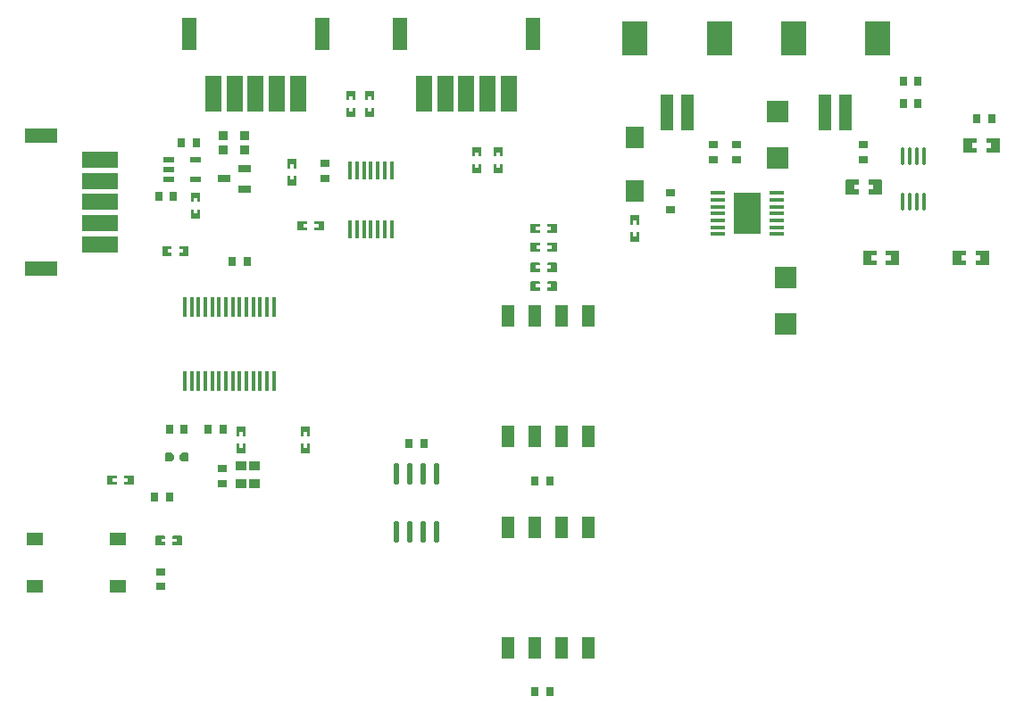
<source format=gtp>
G04 Layer: TopPasteMaskLayer*
G04 EasyEDA v6.5.46, 2024-09-04 15:22:54*
G04 7e3de0c28ba0407f9a50c99fc0ac79d7,79071ce94af74c669a867ceed4e6d4b3,10*
G04 Gerber Generator version 0.2*
G04 Scale: 100 percent, Rotated: No, Reflected: No *
G04 Dimensions in millimeters *
G04 leading zeros omitted , absolute positions ,4 integer and 5 decimal *
%FSLAX45Y45*%
%MOMM*%

%AMMACRO1*21,1,$1,$2,0,0,$3*%
%ADD10R,0.9500X0.8001*%
%ADD11R,0.8000X0.9000*%
%ADD12R,0.9401X0.8100*%
%ADD13R,1.1000X0.6000*%
%ADD14R,1.2500X0.7000*%
%ADD15R,0.9000X0.8000*%
%ADD16MACRO1,1.62X2.0464X0.0000*%
%ADD17R,2.0000X2.0000*%
%ADD18R,1.4999X3.4000*%
%ADD19R,1.4000X3.1001*%
%ADD20R,1.1999X3.4999*%
%ADD21MACRO1,3.2995X2.4003X-90.0000*%
%ADD22R,2.4000X3.3000*%
%ADD23R,1.1430X2.0320*%
%ADD24R,3.4000X1.4999*%
%ADD25R,3.1001X1.4000*%
%ADD26R,1.5499X1.3000*%
%ADD27O,0.36400740000000004X1.6619982000000002*%
%ADD28R,1.4000X0.4000*%
%ADD29R,2.6500X4.0000*%
%ADD30R,0.4000X1.7000*%
%ADD31O,0.58801X2.0450048*%
%ADD32R,0.4500X1.8500*%
%ADD33R,1.0000X0.9000*%
%ADD34R,0.0123X0.9000*%

%LPD*%
G36*
X8102701Y5212486D02*
G01*
X8097672Y5207508D01*
X8097672Y5079492D01*
X8102701Y5074513D01*
X8217712Y5074513D01*
X8222691Y5079492D01*
X8222183Y5121503D01*
X8178190Y5121503D01*
X8178190Y5166512D01*
X8223199Y5166512D01*
X8222691Y5207508D01*
X8217712Y5212486D01*
G37*
G36*
X8317687Y5212486D02*
G01*
X8312708Y5207508D01*
X8313216Y5166512D01*
X8357209Y5166512D01*
X8357209Y5121503D01*
X8312708Y5121503D01*
X8312708Y5079492D01*
X8317687Y5074513D01*
X8432698Y5074513D01*
X8437676Y5079492D01*
X8437676Y5207508D01*
X8432698Y5212486D01*
G37*
G36*
X9435287Y5606186D02*
G01*
X9430308Y5601208D01*
X9430816Y5559196D01*
X9474809Y5559196D01*
X9474809Y5514187D01*
X9429800Y5514187D01*
X9430308Y5473192D01*
X9435287Y5468213D01*
X9550298Y5468213D01*
X9555327Y5473192D01*
X9555327Y5601208D01*
X9550298Y5606186D01*
G37*
G36*
X9220301Y5606186D02*
G01*
X9215323Y5601208D01*
X9215323Y5473192D01*
X9220301Y5468213D01*
X9335312Y5468213D01*
X9340291Y5473192D01*
X9339783Y5514187D01*
X9295790Y5514187D01*
X9295790Y5559196D01*
X9340291Y5559196D01*
X9340291Y5601208D01*
X9335312Y5606186D01*
G37*
G36*
X6056020Y4874310D02*
G01*
X6050991Y4869281D01*
X6050991Y4789322D01*
X6056020Y4784293D01*
X6078778Y4784293D01*
X6078778Y4821326D01*
X6111798Y4821326D01*
X6111798Y4784293D01*
X6135979Y4784293D01*
X6141008Y4789322D01*
X6141008Y4869281D01*
X6135979Y4874310D01*
G37*
G36*
X6056020Y4714290D02*
G01*
X6050991Y4709312D01*
X6050991Y4630318D01*
X6056020Y4625289D01*
X6135979Y4625289D01*
X6141008Y4630318D01*
X6141008Y4709312D01*
X6135979Y4714290D01*
X6111798Y4714290D01*
X6111798Y4676292D01*
X6078778Y4676292D01*
X6078778Y4714290D01*
G37*
G36*
X5112918Y4617008D02*
G01*
X5107889Y4611979D01*
X5107889Y4532020D01*
X5112918Y4526991D01*
X5192877Y4526991D01*
X5197906Y4532020D01*
X5197906Y4554778D01*
X5160924Y4554778D01*
X5160924Y4587798D01*
X5197906Y4587798D01*
X5197906Y4611979D01*
X5192877Y4617008D01*
G37*
G36*
X5272887Y4617008D02*
G01*
X5267909Y4611979D01*
X5267909Y4587798D01*
X5305907Y4587798D01*
X5305907Y4554778D01*
X5267909Y4554778D01*
X5267909Y4532020D01*
X5272887Y4526991D01*
X5351881Y4526991D01*
X5356910Y4532020D01*
X5356910Y4611979D01*
X5351881Y4617008D01*
G37*
G36*
X5271922Y4426508D02*
G01*
X5266893Y4421479D01*
X5266893Y4398721D01*
X5303875Y4398721D01*
X5303875Y4365701D01*
X5266893Y4365701D01*
X5266893Y4341520D01*
X5271922Y4336491D01*
X5351881Y4336491D01*
X5356910Y4341520D01*
X5356910Y4421479D01*
X5351881Y4426508D01*
G37*
G36*
X5112918Y4426508D02*
G01*
X5107889Y4421479D01*
X5107889Y4341520D01*
X5112918Y4336491D01*
X5191912Y4336491D01*
X5196890Y4341520D01*
X5196890Y4365701D01*
X5158892Y4365701D01*
X5158892Y4398721D01*
X5196890Y4398721D01*
X5196890Y4421479D01*
X5191912Y4426508D01*
G37*
G36*
X5271922Y4794808D02*
G01*
X5266893Y4789779D01*
X5266893Y4767021D01*
X5303875Y4767021D01*
X5303875Y4734001D01*
X5266893Y4734001D01*
X5266893Y4709820D01*
X5271922Y4704791D01*
X5351881Y4704791D01*
X5356910Y4709820D01*
X5356910Y4789779D01*
X5351881Y4794808D01*
G37*
G36*
X5112918Y4794808D02*
G01*
X5107889Y4789779D01*
X5107889Y4709820D01*
X5112918Y4704791D01*
X5191912Y4704791D01*
X5196890Y4709820D01*
X5196890Y4734001D01*
X5158892Y4734001D01*
X5158892Y4767021D01*
X5196890Y4767021D01*
X5196890Y4789779D01*
X5191912Y4794808D01*
G37*
G36*
X5271922Y4248708D02*
G01*
X5266893Y4243679D01*
X5266893Y4220921D01*
X5303875Y4220921D01*
X5303875Y4187901D01*
X5266893Y4187901D01*
X5266893Y4163720D01*
X5271922Y4158691D01*
X5351881Y4158691D01*
X5356910Y4163720D01*
X5356910Y4243679D01*
X5351881Y4248708D01*
G37*
G36*
X5112918Y4248708D02*
G01*
X5107889Y4243679D01*
X5107889Y4163720D01*
X5112918Y4158691D01*
X5191912Y4158691D01*
X5196890Y4163720D01*
X5196890Y4187901D01*
X5158892Y4187901D01*
X5158892Y4220921D01*
X5196890Y4220921D01*
X5196890Y4243679D01*
X5191912Y4248708D01*
G37*
G36*
X8482787Y4539386D02*
G01*
X8477808Y4534408D01*
X8478316Y4492396D01*
X8522309Y4492396D01*
X8522309Y4447387D01*
X8477300Y4447387D01*
X8477808Y4406392D01*
X8482787Y4401413D01*
X8597798Y4401413D01*
X8602827Y4406392D01*
X8602827Y4534408D01*
X8597798Y4539386D01*
G37*
G36*
X8267801Y4539386D02*
G01*
X8262823Y4534408D01*
X8262823Y4406392D01*
X8267801Y4401413D01*
X8382812Y4401413D01*
X8387791Y4406392D01*
X8387283Y4447387D01*
X8343290Y4447387D01*
X8343290Y4492396D01*
X8387791Y4492396D01*
X8387791Y4534408D01*
X8382812Y4539386D01*
G37*
G36*
X9333687Y4539386D02*
G01*
X9328708Y4534408D01*
X9329216Y4492396D01*
X9373209Y4492396D01*
X9373209Y4447387D01*
X9328200Y4447387D01*
X9328708Y4406392D01*
X9333687Y4401413D01*
X9448698Y4401413D01*
X9453727Y4406392D01*
X9453727Y4534408D01*
X9448698Y4539386D01*
G37*
G36*
X9118701Y4539386D02*
G01*
X9113723Y4534408D01*
X9113723Y4406392D01*
X9118701Y4401413D01*
X9233712Y4401413D01*
X9238691Y4406392D01*
X9238183Y4447387D01*
X9194190Y4447387D01*
X9194190Y4492396D01*
X9238691Y4492396D01*
X9238691Y4534408D01*
X9233712Y4539386D01*
G37*
G36*
X1556918Y1835708D02*
G01*
X1551889Y1830679D01*
X1551889Y1750720D01*
X1556918Y1745691D01*
X1636877Y1745691D01*
X1641906Y1750720D01*
X1641906Y1773478D01*
X1604873Y1773478D01*
X1604873Y1806498D01*
X1641906Y1806498D01*
X1641906Y1830679D01*
X1636877Y1835708D01*
G37*
G36*
X1716887Y1835708D02*
G01*
X1711909Y1830679D01*
X1711909Y1806498D01*
X1749907Y1806498D01*
X1749907Y1773478D01*
X1711909Y1773478D01*
X1711909Y1750720D01*
X1716887Y1745691D01*
X1795881Y1745691D01*
X1800910Y1750720D01*
X1800910Y1830679D01*
X1795881Y1835708D01*
G37*
G36*
X2931820Y2867710D02*
G01*
X2926791Y2862681D01*
X2926791Y2782722D01*
X2931820Y2777693D01*
X2954578Y2777693D01*
X2954578Y2814726D01*
X2987598Y2814726D01*
X2987598Y2777693D01*
X3011779Y2777693D01*
X3016808Y2782722D01*
X3016808Y2862681D01*
X3011779Y2867710D01*
G37*
G36*
X2931820Y2707690D02*
G01*
X2926791Y2702712D01*
X2926791Y2623718D01*
X2931820Y2618689D01*
X3011779Y2618689D01*
X3016808Y2623718D01*
X3016808Y2702712D01*
X3011779Y2707690D01*
X2987598Y2707690D01*
X2987598Y2669692D01*
X2954578Y2669692D01*
X2954578Y2707690D01*
G37*
G36*
X1258722Y2407208D02*
G01*
X1253693Y2402179D01*
X1253693Y2379421D01*
X1290726Y2379421D01*
X1290726Y2346401D01*
X1253693Y2346401D01*
X1253693Y2322220D01*
X1258722Y2317191D01*
X1338681Y2317191D01*
X1343710Y2322220D01*
X1343710Y2402179D01*
X1338681Y2407208D01*
G37*
G36*
X1099718Y2407208D02*
G01*
X1094689Y2402179D01*
X1094689Y2322220D01*
X1099718Y2317191D01*
X1178712Y2317191D01*
X1183690Y2322220D01*
X1183690Y2346401D01*
X1145692Y2346401D01*
X1145692Y2379421D01*
X1183690Y2379421D01*
X1183690Y2402179D01*
X1178712Y2407208D01*
G37*
G36*
X2322220Y2867710D02*
G01*
X2317191Y2862681D01*
X2317191Y2782722D01*
X2322220Y2777693D01*
X2344978Y2777693D01*
X2344978Y2814726D01*
X2377998Y2814726D01*
X2377998Y2777693D01*
X2402179Y2777693D01*
X2407208Y2782722D01*
X2407208Y2862681D01*
X2402179Y2867710D01*
G37*
G36*
X2322220Y2707690D02*
G01*
X2317191Y2702712D01*
X2317191Y2623718D01*
X2322220Y2618689D01*
X2402179Y2618689D01*
X2407208Y2623718D01*
X2407208Y2702712D01*
X2402179Y2707690D01*
X2377998Y2707690D01*
X2377998Y2669692D01*
X2344978Y2669692D01*
X2344978Y2707690D01*
G37*
G36*
X1890420Y5090210D02*
G01*
X1885391Y5085181D01*
X1885391Y5005222D01*
X1890420Y5000193D01*
X1913178Y5000193D01*
X1913178Y5037226D01*
X1946198Y5037226D01*
X1946198Y5000193D01*
X1970379Y5000193D01*
X1975408Y5005222D01*
X1975408Y5085181D01*
X1970379Y5090210D01*
G37*
G36*
X1890420Y4930190D02*
G01*
X1885391Y4925212D01*
X1885391Y4846218D01*
X1890420Y4841189D01*
X1970379Y4841189D01*
X1975408Y4846218D01*
X1975408Y4925212D01*
X1970379Y4930190D01*
X1946198Y4930190D01*
X1946198Y4892192D01*
X1913178Y4892192D01*
X1913178Y4930190D01*
G37*
G36*
X1779422Y4578908D02*
G01*
X1774393Y4573879D01*
X1774393Y4551121D01*
X1811426Y4551121D01*
X1811426Y4518101D01*
X1774393Y4518101D01*
X1774393Y4493920D01*
X1779422Y4488891D01*
X1859381Y4488891D01*
X1864410Y4493920D01*
X1864410Y4573879D01*
X1859381Y4578908D01*
G37*
G36*
X1620418Y4578908D02*
G01*
X1615389Y4573879D01*
X1615389Y4493920D01*
X1620418Y4488891D01*
X1699412Y4488891D01*
X1704390Y4493920D01*
X1704390Y4518101D01*
X1666392Y4518101D01*
X1666392Y4551121D01*
X1704390Y4551121D01*
X1704390Y4573879D01*
X1699412Y4578908D01*
G37*
G36*
X4760620Y5522010D02*
G01*
X4755591Y5516981D01*
X4755591Y5437022D01*
X4760620Y5431993D01*
X4783378Y5431993D01*
X4783378Y5469026D01*
X4816398Y5469026D01*
X4816398Y5431993D01*
X4840579Y5431993D01*
X4845608Y5437022D01*
X4845608Y5516981D01*
X4840579Y5522010D01*
G37*
G36*
X4760620Y5361990D02*
G01*
X4755591Y5357012D01*
X4755591Y5278018D01*
X4760620Y5272989D01*
X4840579Y5272989D01*
X4845608Y5278018D01*
X4845608Y5357012D01*
X4840579Y5361990D01*
X4816398Y5361990D01*
X4816398Y5323992D01*
X4783378Y5323992D01*
X4783378Y5361990D01*
G37*
G36*
X4557420Y5522010D02*
G01*
X4552391Y5516981D01*
X4552391Y5437022D01*
X4557420Y5431993D01*
X4580178Y5431993D01*
X4580178Y5469026D01*
X4613198Y5469026D01*
X4613198Y5431993D01*
X4637379Y5431993D01*
X4642408Y5437022D01*
X4642408Y5516981D01*
X4637379Y5522010D01*
G37*
G36*
X4557420Y5361990D02*
G01*
X4552391Y5357012D01*
X4552391Y5278018D01*
X4557420Y5272989D01*
X4637379Y5272989D01*
X4642408Y5278018D01*
X4642408Y5357012D01*
X4637379Y5361990D01*
X4613198Y5361990D01*
X4613198Y5323992D01*
X4580178Y5323992D01*
X4580178Y5361990D01*
G37*
G36*
X2804820Y5248706D02*
G01*
X2799791Y5243677D01*
X2799791Y5163718D01*
X2804820Y5158689D01*
X2884779Y5158689D01*
X2889808Y5163718D01*
X2889808Y5243677D01*
X2884779Y5248706D01*
X2862021Y5248706D01*
X2862021Y5211673D01*
X2829001Y5211673D01*
X2829001Y5248706D01*
G37*
G36*
X2804820Y5407710D02*
G01*
X2799791Y5402681D01*
X2799791Y5323687D01*
X2804820Y5318709D01*
X2829001Y5318709D01*
X2829001Y5356707D01*
X2862021Y5356707D01*
X2862021Y5318709D01*
X2884779Y5318709D01*
X2889808Y5323687D01*
X2889808Y5402681D01*
X2884779Y5407710D01*
G37*
G36*
X2903118Y4820208D02*
G01*
X2898089Y4815179D01*
X2898089Y4735220D01*
X2903118Y4730191D01*
X2983077Y4730191D01*
X2988106Y4735220D01*
X2988106Y4757978D01*
X2951124Y4757978D01*
X2951124Y4790998D01*
X2988106Y4790998D01*
X2988106Y4815179D01*
X2983077Y4820208D01*
G37*
G36*
X3063087Y4820208D02*
G01*
X3058109Y4815179D01*
X3058109Y4790998D01*
X3096107Y4790998D01*
X3096107Y4757978D01*
X3058109Y4757978D01*
X3058109Y4735220D01*
X3063087Y4730191D01*
X3142081Y4730191D01*
X3147110Y4735220D01*
X3147110Y4815179D01*
X3142081Y4820208D01*
G37*
G36*
X3541420Y6055410D02*
G01*
X3536391Y6050381D01*
X3536391Y5970422D01*
X3541420Y5965393D01*
X3564178Y5965393D01*
X3564178Y6002426D01*
X3597198Y6002426D01*
X3597198Y5965393D01*
X3621379Y5965393D01*
X3626408Y5970422D01*
X3626408Y6050381D01*
X3621379Y6055410D01*
G37*
G36*
X3541420Y5895390D02*
G01*
X3536391Y5890412D01*
X3536391Y5811418D01*
X3541420Y5806389D01*
X3621379Y5806389D01*
X3626408Y5811418D01*
X3626408Y5890412D01*
X3621379Y5895390D01*
X3597198Y5895390D01*
X3597198Y5857392D01*
X3564178Y5857392D01*
X3564178Y5895390D01*
G37*
G36*
X3363620Y6055410D02*
G01*
X3358591Y6050381D01*
X3358591Y5970422D01*
X3363620Y5965393D01*
X3386378Y5965393D01*
X3386378Y6002426D01*
X3419398Y6002426D01*
X3419398Y5965393D01*
X3443579Y5965393D01*
X3448608Y5970422D01*
X3448608Y6050381D01*
X3443579Y6055410D01*
G37*
G36*
X3363620Y5895390D02*
G01*
X3358591Y5890412D01*
X3358591Y5811418D01*
X3363620Y5806389D01*
X3443579Y5806389D01*
X3448608Y5811418D01*
X3448608Y5890412D01*
X3443579Y5895390D01*
X3419398Y5895390D01*
X3419398Y5857392D01*
X3386378Y5857392D01*
X3386378Y5895390D01*
G37*
G36*
X1649679Y2621737D02*
G01*
X1643278Y2615336D01*
X1643278Y2541778D01*
X1649679Y2535377D01*
X1700022Y2535377D01*
X1727454Y2564739D01*
X1727454Y2592374D01*
X1700022Y2621737D01*
G37*
G36*
X1806448Y2622905D02*
G01*
X1779016Y2593492D01*
X1779016Y2565857D01*
X1806448Y2536494D01*
X1856739Y2536494D01*
X1863140Y2542895D01*
X1863140Y2616504D01*
X1856739Y2622905D01*
G37*
D10*
G01*
X6438900Y4923789D03*
G01*
X6438900Y5083810D03*
D11*
G01*
X1936902Y5562600D03*
G01*
X1796897Y5562600D03*
G01*
X1580997Y5054600D03*
G01*
X1721002Y5054600D03*
D12*
G01*
X2400300Y5495594D03*
G01*
X2400300Y5629605D03*
G01*
X2197100Y5495594D03*
G01*
X2197100Y5629605D03*
D13*
G01*
X1933397Y5403595D03*
G01*
X1933397Y5213604D03*
G01*
X1673402Y5403595D03*
G01*
X1673402Y5213604D03*
G01*
X1673402Y5308600D03*
D14*
G01*
X2398699Y5124704D03*
G01*
X2398699Y5314695D03*
G01*
X2198700Y5219700D03*
D11*
G01*
X8642197Y6146800D03*
G01*
X8782202Y6146800D03*
G01*
X8782202Y5930900D03*
G01*
X8642197Y5930900D03*
D15*
G01*
X8267700Y5543702D03*
G01*
X8267700Y5403697D03*
D11*
G01*
X9340697Y5791200D03*
G01*
X9480702Y5791200D03*
D15*
G01*
X7061200Y5543702D03*
G01*
X7061200Y5403697D03*
G01*
X6845300Y5403697D03*
G01*
X6845300Y5543702D03*
D16*
G01*
X6096002Y5102854D03*
G01*
X6096002Y5615950D03*
D17*
G01*
X7454900Y5858789D03*
G01*
X7454900Y5418810D03*
G01*
X7531100Y3844010D03*
G01*
X7531100Y4283989D03*
D11*
G01*
X3955897Y2705100D03*
G01*
X4095902Y2705100D03*
G01*
X5148605Y357733D03*
G01*
X5288584Y357733D03*
G01*
X5149697Y2349500D03*
G01*
X5289702Y2349500D03*
D15*
G01*
X2184400Y2330297D03*
G01*
X2184400Y2470302D03*
D11*
G01*
X2050897Y2844800D03*
G01*
X2190902Y2844800D03*
G01*
X2279497Y4432300D03*
G01*
X2419502Y4432300D03*
G01*
X1542897Y2197100D03*
G01*
X1682902Y2197100D03*
G01*
X1682597Y2844800D03*
G01*
X1822602Y2844800D03*
D15*
G01*
X1600200Y1492402D03*
G01*
X1600200Y1352397D03*
G01*
X3162300Y5365902D03*
G01*
X3162300Y5225897D03*
D18*
G01*
X2901899Y6030010D03*
G01*
X2701899Y6030010D03*
G01*
X2501900Y6030010D03*
G01*
X2301900Y6030010D03*
G01*
X2101900Y6030010D03*
D19*
G01*
X3131896Y6595008D03*
G01*
X1871903Y6595008D03*
D18*
G01*
X4899990Y6030010D03*
G01*
X4699990Y6030010D03*
G01*
X4499990Y6030010D03*
G01*
X4299991Y6030010D03*
G01*
X4099991Y6030010D03*
D19*
G01*
X5129987Y6595008D03*
G01*
X3869994Y6595008D03*
D20*
G01*
X6592315Y5852490D03*
G01*
X6399098Y5850001D03*
D21*
G01*
X6099873Y6549999D03*
D22*
G01*
X6900138Y6549923D03*
D20*
G01*
X8092313Y5852490D03*
G01*
X7899095Y5850001D03*
D22*
G01*
X7599883Y6549999D03*
G01*
X8400135Y6549923D03*
D23*
G01*
X4897907Y2772689D03*
G01*
X5151907Y2772689D03*
G01*
X5405907Y2772689D03*
G01*
X5659907Y2772689D03*
G01*
X5659907Y3915892D03*
G01*
X5405907Y3915892D03*
G01*
X5151907Y3915892D03*
G01*
X4897907Y3915892D03*
G01*
X4897907Y772693D03*
G01*
X5151907Y772693D03*
G01*
X5405907Y772693D03*
G01*
X5659907Y772693D03*
G01*
X5659907Y1915896D03*
G01*
X5405907Y1915896D03*
G01*
X5151907Y1915896D03*
G01*
X4897907Y1915896D03*
D24*
G01*
X1027582Y5399989D03*
G01*
X1027582Y5199989D03*
G01*
X1027582Y4999989D03*
G01*
X1027582Y4799990D03*
G01*
X1027582Y4599990D03*
D25*
G01*
X462584Y5629986D03*
G01*
X462584Y4369993D03*
D26*
G01*
X402589Y1799793D03*
G01*
X1197610Y1799793D03*
G01*
X402589Y1349806D03*
G01*
X1197610Y1349806D03*
D27*
G01*
X8640089Y5006594D03*
G01*
X8705113Y5006594D03*
G01*
X8770111Y5006594D03*
G01*
X8835110Y5006594D03*
G01*
X8640089Y5432805D03*
G01*
X8705113Y5432805D03*
G01*
X8770111Y5432805D03*
G01*
X8835110Y5432805D03*
D28*
G01*
X6882790Y5084495D03*
G01*
X6882790Y5019497D03*
G01*
X6882790Y4954498D03*
G01*
X6882790Y4889500D03*
G01*
X6882790Y4824501D03*
G01*
X6882790Y4759502D03*
G01*
X6882790Y4694504D03*
G01*
X7442809Y4694504D03*
G01*
X7442809Y4759502D03*
G01*
X7442809Y4824501D03*
G01*
X7442809Y4889500D03*
G01*
X7442809Y4954498D03*
G01*
X7442809Y5019497D03*
G01*
X7442809Y5084495D03*
D29*
G01*
X7162800Y4889500D03*
D30*
G01*
X3399104Y4736490D03*
G01*
X3464102Y4736490D03*
G01*
X3529101Y4736490D03*
G01*
X3594100Y4736490D03*
G01*
X3659098Y4736490D03*
G01*
X3724097Y4736490D03*
G01*
X3789095Y4736490D03*
G01*
X3789095Y5296509D03*
G01*
X3724097Y5296509D03*
G01*
X3659098Y5296509D03*
G01*
X3594100Y5296509D03*
G01*
X3529101Y5296509D03*
G01*
X3464102Y5296509D03*
G01*
X3399104Y5296509D03*
D31*
G01*
X4216400Y2423540D03*
G01*
X4089400Y2423540D03*
G01*
X3962400Y2423540D03*
G01*
X3835400Y2423540D03*
G01*
X4216400Y1869059D03*
G01*
X4089400Y1869059D03*
G01*
X3962400Y1869059D03*
G01*
X3835400Y1869059D03*
D32*
G01*
X1828800Y3302000D03*
G01*
X1893798Y3302000D03*
G01*
X1958797Y3302000D03*
G01*
X2023795Y3302000D03*
G01*
X2088794Y3302000D03*
G01*
X2153793Y3302000D03*
G01*
X2218791Y3302000D03*
G01*
X2673807Y3302000D03*
G01*
X2608808Y3302000D03*
G01*
X2543809Y3302000D03*
G01*
X2478811Y3302000D03*
G01*
X2413812Y3302000D03*
G01*
X2348788Y3302000D03*
G01*
X2283790Y3302000D03*
G01*
X2283790Y4001998D03*
G01*
X2348788Y4001998D03*
G01*
X2413812Y4001998D03*
G01*
X2478811Y4001998D03*
G01*
X2543809Y4001998D03*
G01*
X2608808Y4001998D03*
G01*
X2673807Y4001998D03*
G01*
X2218791Y4001998D03*
G01*
X2153793Y4001998D03*
G01*
X2088794Y4001998D03*
G01*
X2023795Y4001998D03*
G01*
X1958797Y4001998D03*
G01*
X1893798Y4001998D03*
G01*
X1828800Y4001998D03*
D33*
G01*
X2359152Y2330500D03*
G01*
X2359152Y2495499D03*
G01*
X2492247Y2330500D03*
G01*
X2492247Y2495499D03*
M02*

</source>
